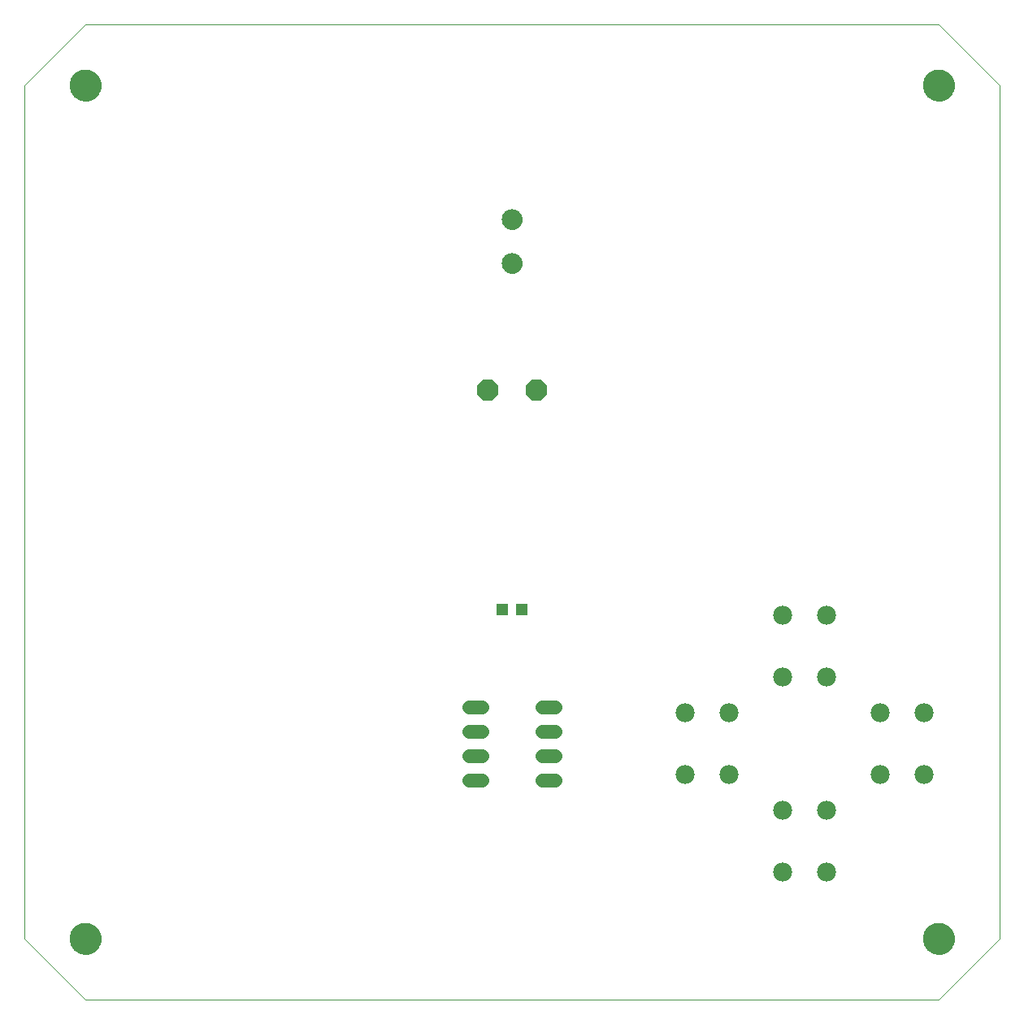
<source format=gts>
G75*
%MOIN*%
%OFA0B0*%
%FSLAX24Y24*%
%IPPOS*%
%LPD*%
%AMOC8*
5,1,8,0,0,1.08239X$1,22.5*
%
%ADD10C,0.0000*%
%ADD11C,0.1300*%
%ADD12C,0.0780*%
%ADD13C,0.0560*%
%ADD14R,0.0512X0.0512*%
%ADD15C,0.0840*%
%ADD16OC8,0.0890*%
D10*
X002680Y003220D02*
X005180Y000720D01*
X040180Y000720D01*
X042680Y003220D01*
X042680Y038220D01*
X040180Y040716D01*
X005180Y040716D01*
X002680Y038220D01*
X002680Y003220D01*
X004550Y003220D02*
X004552Y003270D01*
X004558Y003320D01*
X004568Y003369D01*
X004582Y003417D01*
X004599Y003464D01*
X004620Y003509D01*
X004645Y003553D01*
X004673Y003594D01*
X004705Y003633D01*
X004739Y003670D01*
X004776Y003704D01*
X004816Y003734D01*
X004858Y003761D01*
X004902Y003785D01*
X004948Y003806D01*
X004995Y003822D01*
X005043Y003835D01*
X005093Y003844D01*
X005142Y003849D01*
X005193Y003850D01*
X005243Y003847D01*
X005292Y003840D01*
X005341Y003829D01*
X005389Y003814D01*
X005435Y003796D01*
X005480Y003774D01*
X005523Y003748D01*
X005564Y003719D01*
X005603Y003687D01*
X005639Y003652D01*
X005671Y003614D01*
X005701Y003574D01*
X005728Y003531D01*
X005751Y003487D01*
X005770Y003441D01*
X005786Y003393D01*
X005798Y003344D01*
X005806Y003295D01*
X005810Y003245D01*
X005810Y003195D01*
X005806Y003145D01*
X005798Y003096D01*
X005786Y003047D01*
X005770Y002999D01*
X005751Y002953D01*
X005728Y002909D01*
X005701Y002866D01*
X005671Y002826D01*
X005639Y002788D01*
X005603Y002753D01*
X005564Y002721D01*
X005523Y002692D01*
X005480Y002666D01*
X005435Y002644D01*
X005389Y002626D01*
X005341Y002611D01*
X005292Y002600D01*
X005243Y002593D01*
X005193Y002590D01*
X005142Y002591D01*
X005093Y002596D01*
X005043Y002605D01*
X004995Y002618D01*
X004948Y002634D01*
X004902Y002655D01*
X004858Y002679D01*
X004816Y002706D01*
X004776Y002736D01*
X004739Y002770D01*
X004705Y002807D01*
X004673Y002846D01*
X004645Y002887D01*
X004620Y002931D01*
X004599Y002976D01*
X004582Y003023D01*
X004568Y003071D01*
X004558Y003120D01*
X004552Y003170D01*
X004550Y003220D01*
X022280Y030920D02*
X022282Y030960D01*
X022288Y030999D01*
X022298Y031038D01*
X022311Y031075D01*
X022329Y031111D01*
X022350Y031145D01*
X022374Y031177D01*
X022401Y031206D01*
X022431Y031233D01*
X022463Y031256D01*
X022498Y031276D01*
X022534Y031292D01*
X022572Y031305D01*
X022611Y031314D01*
X022650Y031319D01*
X022690Y031320D01*
X022730Y031317D01*
X022769Y031310D01*
X022807Y031299D01*
X022845Y031285D01*
X022880Y031266D01*
X022913Y031245D01*
X022945Y031220D01*
X022973Y031192D01*
X022999Y031162D01*
X023021Y031129D01*
X023040Y031094D01*
X023056Y031057D01*
X023068Y031019D01*
X023076Y030980D01*
X023080Y030940D01*
X023080Y030900D01*
X023076Y030860D01*
X023068Y030821D01*
X023056Y030783D01*
X023040Y030746D01*
X023021Y030711D01*
X022999Y030678D01*
X022973Y030648D01*
X022945Y030620D01*
X022913Y030595D01*
X022880Y030574D01*
X022845Y030555D01*
X022807Y030541D01*
X022769Y030530D01*
X022730Y030523D01*
X022690Y030520D01*
X022650Y030521D01*
X022611Y030526D01*
X022572Y030535D01*
X022534Y030548D01*
X022498Y030564D01*
X022463Y030584D01*
X022431Y030607D01*
X022401Y030634D01*
X022374Y030663D01*
X022350Y030695D01*
X022329Y030729D01*
X022311Y030765D01*
X022298Y030802D01*
X022288Y030841D01*
X022282Y030880D01*
X022280Y030920D01*
X022280Y032720D02*
X022282Y032760D01*
X022288Y032799D01*
X022298Y032838D01*
X022311Y032875D01*
X022329Y032911D01*
X022350Y032945D01*
X022374Y032977D01*
X022401Y033006D01*
X022431Y033033D01*
X022463Y033056D01*
X022498Y033076D01*
X022534Y033092D01*
X022572Y033105D01*
X022611Y033114D01*
X022650Y033119D01*
X022690Y033120D01*
X022730Y033117D01*
X022769Y033110D01*
X022807Y033099D01*
X022845Y033085D01*
X022880Y033066D01*
X022913Y033045D01*
X022945Y033020D01*
X022973Y032992D01*
X022999Y032962D01*
X023021Y032929D01*
X023040Y032894D01*
X023056Y032857D01*
X023068Y032819D01*
X023076Y032780D01*
X023080Y032740D01*
X023080Y032700D01*
X023076Y032660D01*
X023068Y032621D01*
X023056Y032583D01*
X023040Y032546D01*
X023021Y032511D01*
X022999Y032478D01*
X022973Y032448D01*
X022945Y032420D01*
X022913Y032395D01*
X022880Y032374D01*
X022845Y032355D01*
X022807Y032341D01*
X022769Y032330D01*
X022730Y032323D01*
X022690Y032320D01*
X022650Y032321D01*
X022611Y032326D01*
X022572Y032335D01*
X022534Y032348D01*
X022498Y032364D01*
X022463Y032384D01*
X022431Y032407D01*
X022401Y032434D01*
X022374Y032463D01*
X022350Y032495D01*
X022329Y032529D01*
X022311Y032565D01*
X022298Y032602D01*
X022288Y032641D01*
X022282Y032680D01*
X022280Y032720D01*
X004550Y038220D02*
X004552Y038270D01*
X004558Y038320D01*
X004568Y038369D01*
X004582Y038417D01*
X004599Y038464D01*
X004620Y038509D01*
X004645Y038553D01*
X004673Y038594D01*
X004705Y038633D01*
X004739Y038670D01*
X004776Y038704D01*
X004816Y038734D01*
X004858Y038761D01*
X004902Y038785D01*
X004948Y038806D01*
X004995Y038822D01*
X005043Y038835D01*
X005093Y038844D01*
X005142Y038849D01*
X005193Y038850D01*
X005243Y038847D01*
X005292Y038840D01*
X005341Y038829D01*
X005389Y038814D01*
X005435Y038796D01*
X005480Y038774D01*
X005523Y038748D01*
X005564Y038719D01*
X005603Y038687D01*
X005639Y038652D01*
X005671Y038614D01*
X005701Y038574D01*
X005728Y038531D01*
X005751Y038487D01*
X005770Y038441D01*
X005786Y038393D01*
X005798Y038344D01*
X005806Y038295D01*
X005810Y038245D01*
X005810Y038195D01*
X005806Y038145D01*
X005798Y038096D01*
X005786Y038047D01*
X005770Y037999D01*
X005751Y037953D01*
X005728Y037909D01*
X005701Y037866D01*
X005671Y037826D01*
X005639Y037788D01*
X005603Y037753D01*
X005564Y037721D01*
X005523Y037692D01*
X005480Y037666D01*
X005435Y037644D01*
X005389Y037626D01*
X005341Y037611D01*
X005292Y037600D01*
X005243Y037593D01*
X005193Y037590D01*
X005142Y037591D01*
X005093Y037596D01*
X005043Y037605D01*
X004995Y037618D01*
X004948Y037634D01*
X004902Y037655D01*
X004858Y037679D01*
X004816Y037706D01*
X004776Y037736D01*
X004739Y037770D01*
X004705Y037807D01*
X004673Y037846D01*
X004645Y037887D01*
X004620Y037931D01*
X004599Y037976D01*
X004582Y038023D01*
X004568Y038071D01*
X004558Y038120D01*
X004552Y038170D01*
X004550Y038220D01*
X039550Y038220D02*
X039552Y038270D01*
X039558Y038320D01*
X039568Y038369D01*
X039582Y038417D01*
X039599Y038464D01*
X039620Y038509D01*
X039645Y038553D01*
X039673Y038594D01*
X039705Y038633D01*
X039739Y038670D01*
X039776Y038704D01*
X039816Y038734D01*
X039858Y038761D01*
X039902Y038785D01*
X039948Y038806D01*
X039995Y038822D01*
X040043Y038835D01*
X040093Y038844D01*
X040142Y038849D01*
X040193Y038850D01*
X040243Y038847D01*
X040292Y038840D01*
X040341Y038829D01*
X040389Y038814D01*
X040435Y038796D01*
X040480Y038774D01*
X040523Y038748D01*
X040564Y038719D01*
X040603Y038687D01*
X040639Y038652D01*
X040671Y038614D01*
X040701Y038574D01*
X040728Y038531D01*
X040751Y038487D01*
X040770Y038441D01*
X040786Y038393D01*
X040798Y038344D01*
X040806Y038295D01*
X040810Y038245D01*
X040810Y038195D01*
X040806Y038145D01*
X040798Y038096D01*
X040786Y038047D01*
X040770Y037999D01*
X040751Y037953D01*
X040728Y037909D01*
X040701Y037866D01*
X040671Y037826D01*
X040639Y037788D01*
X040603Y037753D01*
X040564Y037721D01*
X040523Y037692D01*
X040480Y037666D01*
X040435Y037644D01*
X040389Y037626D01*
X040341Y037611D01*
X040292Y037600D01*
X040243Y037593D01*
X040193Y037590D01*
X040142Y037591D01*
X040093Y037596D01*
X040043Y037605D01*
X039995Y037618D01*
X039948Y037634D01*
X039902Y037655D01*
X039858Y037679D01*
X039816Y037706D01*
X039776Y037736D01*
X039739Y037770D01*
X039705Y037807D01*
X039673Y037846D01*
X039645Y037887D01*
X039620Y037931D01*
X039599Y037976D01*
X039582Y038023D01*
X039568Y038071D01*
X039558Y038120D01*
X039552Y038170D01*
X039550Y038220D01*
X039550Y003220D02*
X039552Y003270D01*
X039558Y003320D01*
X039568Y003369D01*
X039582Y003417D01*
X039599Y003464D01*
X039620Y003509D01*
X039645Y003553D01*
X039673Y003594D01*
X039705Y003633D01*
X039739Y003670D01*
X039776Y003704D01*
X039816Y003734D01*
X039858Y003761D01*
X039902Y003785D01*
X039948Y003806D01*
X039995Y003822D01*
X040043Y003835D01*
X040093Y003844D01*
X040142Y003849D01*
X040193Y003850D01*
X040243Y003847D01*
X040292Y003840D01*
X040341Y003829D01*
X040389Y003814D01*
X040435Y003796D01*
X040480Y003774D01*
X040523Y003748D01*
X040564Y003719D01*
X040603Y003687D01*
X040639Y003652D01*
X040671Y003614D01*
X040701Y003574D01*
X040728Y003531D01*
X040751Y003487D01*
X040770Y003441D01*
X040786Y003393D01*
X040798Y003344D01*
X040806Y003295D01*
X040810Y003245D01*
X040810Y003195D01*
X040806Y003145D01*
X040798Y003096D01*
X040786Y003047D01*
X040770Y002999D01*
X040751Y002953D01*
X040728Y002909D01*
X040701Y002866D01*
X040671Y002826D01*
X040639Y002788D01*
X040603Y002753D01*
X040564Y002721D01*
X040523Y002692D01*
X040480Y002666D01*
X040435Y002644D01*
X040389Y002626D01*
X040341Y002611D01*
X040292Y002600D01*
X040243Y002593D01*
X040193Y002590D01*
X040142Y002591D01*
X040093Y002596D01*
X040043Y002605D01*
X039995Y002618D01*
X039948Y002634D01*
X039902Y002655D01*
X039858Y002679D01*
X039816Y002706D01*
X039776Y002736D01*
X039739Y002770D01*
X039705Y002807D01*
X039673Y002846D01*
X039645Y002887D01*
X039620Y002931D01*
X039599Y002976D01*
X039582Y003023D01*
X039568Y003071D01*
X039558Y003120D01*
X039552Y003170D01*
X039550Y003220D01*
D11*
X040180Y003220D03*
X005180Y003220D03*
X005180Y038220D03*
X040180Y038220D03*
D12*
X035570Y016500D03*
X033790Y016500D03*
X033790Y013940D03*
X035570Y013940D03*
X037790Y012500D03*
X039570Y012500D03*
X039570Y009940D03*
X037790Y009940D03*
X035570Y008500D03*
X033790Y008500D03*
X031570Y009940D03*
X029790Y009940D03*
X029790Y012500D03*
X031570Y012500D03*
X033790Y005940D03*
X035570Y005940D03*
D13*
X024440Y009720D02*
X023920Y009720D01*
X023920Y010720D02*
X024440Y010720D01*
X024440Y011720D02*
X023920Y011720D01*
X023920Y012720D02*
X024440Y012720D01*
X021440Y012720D02*
X020920Y012720D01*
X020920Y011720D02*
X021440Y011720D01*
X021440Y010720D02*
X020920Y010720D01*
X020920Y009720D02*
X021440Y009720D01*
D14*
X022267Y016720D03*
X023093Y016720D03*
D15*
X022680Y030920D03*
X022680Y032720D03*
D16*
X021680Y025720D03*
X023680Y025720D03*
M02*

</source>
